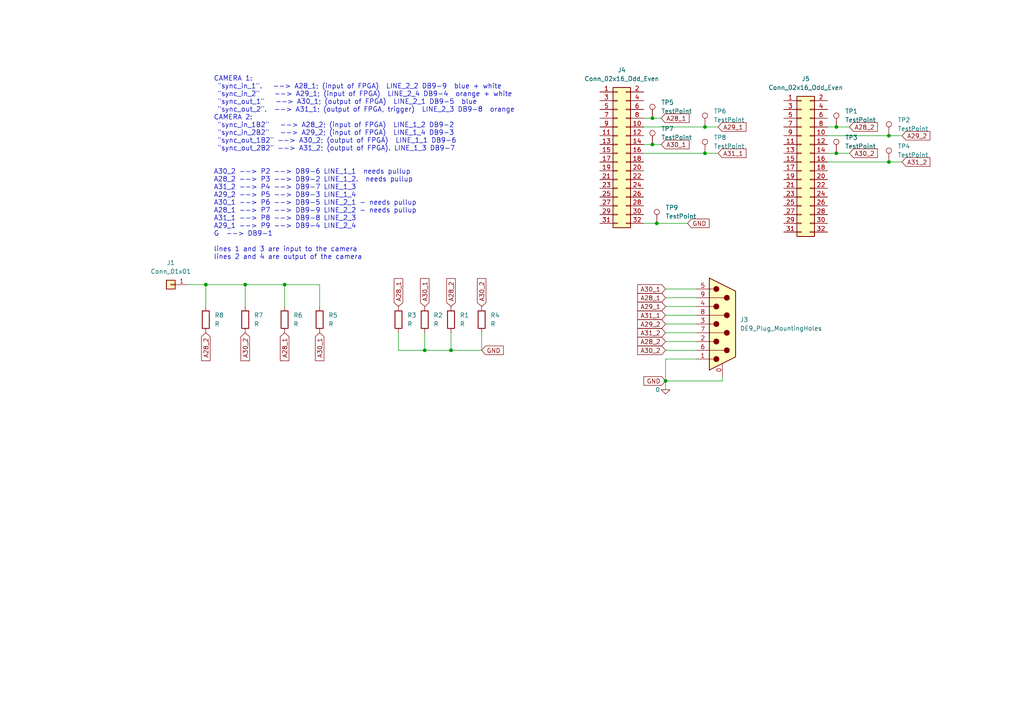
<source format=kicad_sch>
(kicad_sch (version 20231120) (generator "eeschema") (generator_version "8.0")
  (paper "A4")
  (lib_symbols
    (symbol "Connector:DE9_Plug_MountingHoles" (pin_names (offset 1.016) hide)
      (property "Reference" "J" (at 0 16.51 0))
      (property "Value" "DE9_Plug_MountingHoles" (at 0 14.605 0))
      (symbol "DE9_Plug_MountingHoles_0_1"
        (circle (center -1.778 -10.16) (radius 0.762) (fill (type outline)))
        (circle (center -1.778 -5.08) (radius 0.762) (fill (type outline)))
        (circle (center -1.778 0) (radius 0.762) (fill (type outline)))
        (circle (center -1.778 5.08) (radius 0.762) (fill (type outline)))
        (circle (center -1.778 10.16) (radius 0.762) (fill (type outline)))
        (polyline (pts (xy -3.81 -10.16) (xy -2.54 -10.16)))
        (polyline (pts (xy -3.81 -7.62) (xy 0.508 -7.62)))
        (polyline (pts (xy -3.81 -5.08) (xy -2.54 -5.08)))
        (polyline (pts (xy -3.81 -2.54) (xy 0.508 -2.54)))
        (polyline (pts (xy -3.81 0) (xy -2.54 0)))
        (polyline (pts (xy -3.81 2.54) (xy 0.508 2.54)))
        (polyline (pts (xy -3.81 5.08) (xy -2.54 5.08)))
        (polyline (pts (xy -3.81 7.62) (xy 0.508 7.62)))
        (polyline (pts (xy -3.81 10.16) (xy -2.54 10.16)))
        (polyline (pts (xy -3.81 -13.335) (xy -3.81 13.335) (xy 3.81 9.525) (xy 3.81 -9.525) (xy -3.81 -13.335)) (stroke (width 0.254)) (fill (type background)))
        (circle (center 1.27 -7.62) (radius 0.762) (fill (type outline)))
        (circle (center 1.27 -2.54) (radius 0.762) (fill (type outline)))
        (circle (center 1.27 2.54) (radius 0.762) (fill (type outline)))
        (circle (center 1.27 7.62) (radius 0.762) (fill (type outline)))
      )
      (symbol "DE9_Plug_MountingHoles_1_1"
        (pin passive line (at 0 -15.24 90) (length 3.81) (name "PAD") (number "0"))
        (pin passive line (at -7.62 -10.16 0) (length 3.81) (name "1") (number "1"))
        (pin passive line (at -7.62 -5.08 0) (length 3.81) (name "2") (number "2"))
        (pin passive line (at -7.62 0 0) (length 3.81) (name "3") (number "3"))
        (pin passive line (at -7.62 5.08 0) (length 3.81) (name "4") (number "4"))
        (pin passive line (at -7.62 10.16 0) (length 3.81) (name "5") (number "5"))
        (pin passive line (at -7.62 -7.62 0) (length 3.81) (name "6") (number "6"))
        (pin passive line (at -7.62 -2.54 0) (length 3.81) (name "7") (number "7"))
        (pin passive line (at -7.62 2.54 0) (length 3.81) (name "8") (number "8"))
        (pin passive line (at -7.62 7.62 0) (length 3.81) (name "9") (number "9"))
      )
    )
    (symbol "Connector:TestPoint" (pin_numbers hide) (pin_names (offset 0.762) hide)
      (property "Reference" "TP" (at 0 6.858 0))
      (property "Value" "TestPoint" (at 0 5.08 0))
      (symbol "TestPoint_0_1"
        (circle (center 0 3.302) (radius 0.762))
      )
      (symbol "TestPoint_1_1"
        (pin passive line (at 0 0 90) (length 2.54) (name "1") (number "1"))
      )
    )
    (symbol "Connector_Generic:Conn_01x01" (pin_names (offset 1.016) hide)
      (property "Reference" "J" (at 0 2.54 0))
      (property "Value" "Conn_01x01" (at 0 -2.54 0))
      (symbol "Conn_01x01_1_1"
        (rectangle (start -1.27 0.127) (end 0 -0.127) (stroke (width 0.1524)))
        (rectangle (start -1.27 1.27) (end 1.27 -1.27) (stroke (width 0.254)) (fill (type background)))
        (pin passive line (at -5.08 0 0) (length 3.81) (name "Pin_1") (number "1"))
      )
    )
    (symbol "Connector_Generic:Conn_02x16_Odd_Even" (pin_names (offset 1.016) hide)
      (property "Reference" "J" (at 1.27 20.32 0))
      (property "Value" "Conn_02x16_Odd_Even" (at 1.27 -22.86 0))
      (symbol "Conn_02x16_Odd_Even_1_1"
        (rectangle (start -1.27 -20.193) (end 0 -20.447) (stroke (width 0.1524)))
        (rectangle (start -1.27 -17.653) (end 0 -17.907) (stroke (width 0.1524)))
        (rectangle (start -1.27 -15.113) (end 0 -15.367) (stroke (width 0.1524)))
        (rectangle (start -1.27 -12.573) (end 0 -12.827) (stroke (width 0.1524)))
        (rectangle (start -1.27 -10.033) (end 0 -10.287) (stroke (width 0.1524)))
        (rectangle (start -1.27 -7.493) (end 0 -7.747) (stroke (width 0.1524)))
        (rectangle (start -1.27 -4.953) (end 0 -5.207) (stroke (width 0.1524)))
        (rectangle (start -1.27 -2.413) (end 0 -2.667) (stroke (width 0.1524)))
        (rectangle (start -1.27 0.127) (end 0 -0.127) (stroke (width 0.1524)))
        (rectangle (start -1.27 2.667) (end 0 2.413) (stroke (width 0.1524)))
        (rectangle (start -1.27 5.207) (end 0 4.953) (stroke (width 0.1524)))
        (rectangle (start -1.27 7.747) (end 0 7.493) (stroke (width 0.1524)))
        (rectangle (start -1.27 10.287) (end 0 10.033) (stroke (width 0.1524)))
        (rectangle (start -1.27 12.827) (end 0 12.573) (stroke (width 0.1524)))
        (rectangle (start -1.27 15.367) (end 0 15.113) (stroke (width 0.1524)))
        (rectangle (start -1.27 17.907) (end 0 17.653) (stroke (width 0.1524)))
        (rectangle (start -1.27 19.05) (end 3.81 -21.59) (stroke (width 0.254)) (fill (type background)))
        (rectangle (start 3.81 -20.193) (end 2.54 -20.447) (stroke (width 0.1524)))
        (rectangle (start 3.81 -17.653) (end 2.54 -17.907) (stroke (width 0.1524)))
        (rectangle (start 3.81 -15.113) (end 2.54 -15.367) (stroke (width 0.1524)))
        (rectangle (start 3.81 -12.573) (end 2.54 -12.827) (stroke (width 0.1524)))
        (rectangle (start 3.81 -10.033) (end 2.54 -10.287) (stroke (width 0.1524)))
        (rectangle (start 3.81 -7.493) (end 2.54 -7.747) (stroke (width 0.1524)))
        (rectangle (start 3.81 -4.953) (end 2.54 -5.207) (stroke (width 0.1524)))
        (rectangle (start 3.81 -2.413) (end 2.54 -2.667) (stroke (width 0.1524)))
        (rectangle (start 3.81 0.127) (end 2.54 -0.127) (stroke (width 0.1524)))
        (rectangle (start 3.81 2.667) (end 2.54 2.413) (stroke (width 0.1524)))
        (rectangle (start 3.81 5.207) (end 2.54 4.953) (stroke (width 0.1524)))
        (rectangle (start 3.81 7.747) (end 2.54 7.493) (stroke (width 0.1524)))
        (rectangle (start 3.81 10.287) (end 2.54 10.033) (stroke (width 0.1524)))
        (rectangle (start 3.81 12.827) (end 2.54 12.573) (stroke (width 0.1524)))
        (rectangle (start 3.81 15.367) (end 2.54 15.113) (stroke (width 0.1524)))
        (rectangle (start 3.81 17.907) (end 2.54 17.653) (stroke (width 0.1524)))
        (pin passive line (at -5.08 17.78 0) (length 3.81) (name "Pin_1") (number "1"))
        (pin passive line (at 7.62 7.62 180) (length 3.81) (name "Pin_10") (number "10"))
        (pin passive line (at -5.08 5.08 0) (length 3.81) (name "Pin_11") (number "11"))
        (pin passive line (at 7.62 5.08 180) (length 3.81) (name "Pin_12") (number "12"))
        (pin passive line (at -5.08 2.54 0) (length 3.81) (name "Pin_13") (number "13"))
        (pin passive line (at 7.62 2.54 180) (length 3.81) (name "Pin_14") (number "14"))
        (pin passive line (at -5.08 0 0) (length 3.81) (name "Pin_15") (number "15"))
        (pin passive line (at 7.62 0 180) (length 3.81) (name "Pin_16") (number "16"))
        (pin passive line (at -5.08 -2.54 0) (length 3.81) (name "Pin_17") (number "17"))
        (pin passive line (at 7.62 -2.54 180) (length 3.81) (name "Pin_18") (number "18"))
        (pin passive line (at -5.08 -5.08 0) (length 3.81) (name "Pin_19") (number "19"))
        (pin passive line (at 7.62 17.78 180) (length 3.81) (name "Pin_2") (number "2"))
        (pin passive line (at 7.62 -5.08 180) (length 3.81) (name "Pin_20") (number "20"))
        (pin passive line (at -5.08 -7.62 0) (length 3.81) (name "Pin_21") (number "21"))
        (pin passive line (at 7.62 -7.62 180) (length 3.81) (name "Pin_22") (number "22"))
        (pin passive line (at -5.08 -10.16 0) (length 3.81) (name "Pin_23") (number "23"))
        (pin passive line (at 7.62 -10.16 180) (length 3.81) (name "Pin_24") (number "24"))
        (pin passive line (at -5.08 -12.7 0) (length 3.81) (name "Pin_25") (number "25"))
        (pin passive line (at 7.62 -12.7 180) (length 3.81) (name "Pin_26") (number "26"))
        (pin passive line (at -5.08 -15.24 0) (length 3.81) (name "Pin_27") (number "27"))
        (pin passive line (at 7.62 -15.24 180) (length 3.81) (name "Pin_28") (number "28"))
        (pin passive line (at -5.08 -17.78 0) (length 3.81) (name "Pin_29") (number "29"))
        (pin passive line (at -5.08 15.24 0) (length 3.81) (name "Pin_3") (number "3"))
        (pin passive line (at 7.62 -17.78 180) (length 3.81) (name "Pin_30") (number "30"))
        (pin passive line (at -5.08 -20.32 0) (length 3.81) (name "Pin_31") (number "31"))
        (pin passive line (at 7.62 -20.32 180) (length 3.81) (name "Pin_32") (number "32"))
        (pin passive line (at 7.62 15.24 180) (length 3.81) (name "Pin_4") (number "4"))
        (pin passive line (at -5.08 12.7 0) (length 3.81) (name "Pin_5") (number "5"))
        (pin passive line (at 7.62 12.7 180) (length 3.81) (name "Pin_6") (number "6"))
        (pin passive line (at -5.08 10.16 0) (length 3.81) (name "Pin_7") (number "7"))
        (pin passive line (at 7.62 10.16 180) (length 3.81) (name "Pin_8") (number "8"))
        (pin passive line (at -5.08 7.62 0) (length 3.81) (name "Pin_9") (number "9"))
      )
    )
    (symbol "Device:R" (pin_numbers hide) (pin_names (offset 0))
      (property "Reference" "R" (at 2.032 0 90))
      (property "Value" "R" (at 0 0 90))
      (symbol "R_0_1"
        (rectangle (start -1.016 -2.54) (end 1.016 2.54) (stroke (width 0.254)))
      )
      (symbol "R_1_1"
        (pin passive line (at 0 3.81 270) (length 1.27) (name "~") (number "1"))
        (pin passive line (at 0 -3.81 90) (length 1.27) (name "~") (number "2"))
      )
    )
    (symbol "Simulation_SPICE:0" (power) (pin_numbers hide) (pin_names (offset 0) hide)
      (property "Value" "0" (at 0 -2.54 0))
      (symbol "0_0_1"
        (polyline (pts (xy -1.27 0) (xy 0 -1.27) (xy 1.27 0) (xy -1.27 0)))
      )
      (symbol "0_1_1"
        (pin power_in line (at 0 0 0) (length 0) (name "~") (number "1"))
      )
    )
  )
  (junction (at 123.19 101.6))
  (junction (at 257.81 46.99))
  (junction (at 242.57 36.83))
  (junction (at 189.23 41.91))
  (junction (at 193.04 110.49))
  (junction (at 257.81 39.37))
  (junction (at 189.23 34.29))
  (junction (at 204.47 36.83))
  (junction (at 71.12 82.55))
  (junction (at 59.69 82.55))
  (junction (at 242.57 44.45))
  (junction (at 190.5 64.77))
  (junction (at 82.55 82.55))
  (junction (at 130.81 101.6))
  (junction (at 204.47 44.45))
  (wire (pts (xy 242.57 36.83) (xy 240.03 36.83)))
  (wire (pts (xy 193.04 96.52) (xy 201.93 96.52)))
  (wire (pts (xy 240.03 44.45) (xy 242.57 44.45)))
  (wire (pts (xy 123.19 96.52) (xy 123.19 101.6)))
  (wire (pts (xy 130.81 101.6) (xy 139.7 101.6)))
  (wire (pts (xy 115.57 101.6) (xy 123.19 101.6)))
  (wire (pts (xy 193.04 88.9) (xy 201.93 88.9)))
  (wire (pts (xy 71.12 82.55) (xy 82.55 82.55)))
  (wire (pts (xy 71.12 82.55) (xy 71.12 88.9)))
  (wire (pts (xy 139.7 96.52) (xy 139.7 101.6)))
  (wire (pts (xy 186.69 44.45) (xy 204.47 44.45)))
  (wire (pts (xy 186.69 36.83) (xy 204.47 36.83)))
  (wire (pts (xy 193.04 110.49) (xy 193.04 113.03)))
  (wire (pts (xy 193.04 110.49) (xy 193.04 104.14)))
  (wire (pts (xy 82.55 82.55) (xy 92.71 82.55)))
  (wire (pts (xy 189.23 41.91) (xy 191.77 41.91)))
  (wire (pts (xy 193.04 93.98) (xy 201.93 93.98)))
  (wire (pts (xy 130.81 96.52) (xy 130.81 101.6)))
  (wire (pts (xy 204.47 44.45) (xy 208.28 44.45)))
  (wire (pts (xy 82.55 82.55) (xy 82.55 88.9)))
  (wire (pts (xy 59.69 82.55) (xy 71.12 82.55)))
  (wire (pts (xy 193.04 101.6) (xy 201.93 101.6)))
  (wire (pts (xy 204.47 36.83) (xy 208.28 36.83)))
  (wire (pts (xy 193.04 104.14) (xy 201.93 104.14)))
  (wire (pts (xy 190.5 64.77) (xy 199.39 64.77)))
  (wire (pts (xy 209.55 109.22) (xy 209.55 110.49)))
  (wire (pts (xy 240.03 39.37) (xy 257.81 39.37)))
  (wire (pts (xy 193.04 91.44) (xy 201.93 91.44)))
  (wire (pts (xy 209.55 110.49) (xy 193.04 110.49)))
  (wire (pts (xy 242.57 44.45) (xy 246.38 44.45)))
  (wire (pts (xy 186.69 64.77) (xy 190.5 64.77)))
  (wire (pts (xy 115.57 96.52) (xy 115.57 101.6)))
  (wire (pts (xy 92.71 82.55) (xy 92.71 88.9)))
  (wire (pts (xy 257.81 46.99) (xy 261.62 46.99)))
  (wire (pts (xy 193.04 86.36) (xy 201.93 86.36)))
  (wire (pts (xy 59.69 88.9) (xy 59.69 82.55)))
  (wire (pts (xy 189.23 34.29) (xy 191.77 34.29)))
  (wire (pts (xy 193.04 83.82) (xy 201.93 83.82)))
  (wire (pts (xy 193.04 99.06) (xy 201.93 99.06)))
  (wire (pts (xy 54.61 82.55) (xy 59.69 82.55)))
  (wire (pts (xy 246.38 36.83) (xy 242.57 36.83)))
  (wire (pts (xy 123.19 101.6) (xy 130.81 101.6)))
  (wire (pts (xy 240.03 46.99) (xy 257.81 46.99)))
  (wire (pts (xy 257.81 39.37) (xy 261.62 39.37)))
  (wire (pts (xy 186.69 34.29) (xy 189.23 34.29)))
  (wire (pts (xy 186.69 41.91) (xy 189.23 41.91)))
  (text "CAMERA 1:\n \"sync_in_1\".   --> A28_1; (input of FPGA)  LINE_2_2 DB9-9  blue + white \n \"sync_in_2\"    --> A29_1; (input of FPGA)  LINE_2_4 DB9-4  orange + white\n \"sync_out_1\"   --> A30_1; (output of FPGA)  LINE_2_1 DB9-5  blue\n \"sync_out_2\".  --> A31_1; (output of FPGA, trigger)  LINE_2_3 DB9-8  orange\nCAMERA 2:\n \"sync_in_1B2\"   --> A28_2; (input of FPGA)  LINE_1_2 DB9-2\n \"sync_in_2B2\"   --> A29_2; (input of FPGA)  LINE_1_4 DB9-3\n \"sync_out_1B2\" --> A30_2; (output of FPGA)  LINE_1_1 DB9-6\n \"sync_out_2B2\" --> A31_2; (output of FPGA). LINE_1_3 DB9-7\n\n\nA30_2 --> P2 --> DB9-6 LINE_1_1  needs pullup\nA28_2 --> P3 --> DB9-2 LINE_1_2.  needs pullup\nA31_2 --> P4 --> DB9-7 LINE_1_3 \nA29_2 --> P5 --> DB9-3 LINE_1_4 \nA30_1 --> P6 --> DB9-5 LINE_2_1 - needs pullup\nA28_1 --> P7 --> DB9-9 LINE_2_2 - needs pullup\nA31_1 --> P8 --> DB9-8 LINE_2_3\nA29_1 --> P9 --> DB9-4 LINE_2_4\nG  --> DB9-1\n\nlines 1 and 3 are input to the camera\nlines 2 and 4 are output of the camera " (exclude_from_sim yes) (at 61.976 48.768 0) (effects (font (size 1.397 1.397)) (justify left)))
  (global_label "GND" (shape input) (at 199.39 64.77 0) (property "Intersheetrefs" "${INTERSHEET_REFS}" (effects (hide yes))))
  (global_label "A31_2" (shape input) (at 261.62 46.99 0) (property "Intersheetrefs" "${INTERSHEET_REFS}" (effects (hide yes))))
  (global_label "A30_2" (shape input) (at 139.7 88.9 90) (property "Intersheetrefs" "${INTERSHEET_REFS}" (effects (hide yes))))
  (global_label "A29_2" (shape input) (at 193.04 93.98 180) (property "Intersheetrefs" "${INTERSHEET_REFS}" (effects (hide yes))))
  (global_label "GND" (shape input) (at 139.7 101.6 0) (property "Intersheetrefs" "${INTERSHEET_REFS}" (effects (hide yes))))
  (global_label "A29_1" (shape input) (at 208.28 36.83 0) (property "Intersheetrefs" "${INTERSHEET_REFS}" (effects (hide yes))))
  (global_label "A31_1" (shape input) (at 208.28 44.45 0) (property "Intersheetrefs" "${INTERSHEET_REFS}" (effects (hide yes))))
  (global_label "A30_2" (shape input) (at 246.38 44.45 0) (property "Intersheetrefs" "${INTERSHEET_REFS}" (effects (hide yes))))
  (global_label "A30_1" (shape input) (at 191.77 41.91 0) (property "Intersheetrefs" "${INTERSHEET_REFS}" (effects (hide yes))))
  (global_label "A30_1" (shape input) (at 92.71 96.52 270) (property "Intersheetrefs" "${INTERSHEET_REFS}" (effects (hide yes))))
  (global_label "GND" (shape input) (at 193.04 110.49 180) (property "Intersheetrefs" "${INTERSHEET_REFS}" (effects (hide yes))))
  (global_label "A30_2" (shape input) (at 193.04 101.6 180) (property "Intersheetrefs" "${INTERSHEET_REFS}" (effects (hide yes))))
  (global_label "A28_2" (shape input) (at 193.04 99.06 180) (property "Intersheetrefs" "${INTERSHEET_REFS}" (effects (hide yes))))
  (global_label "A29_1" (shape input) (at 193.04 88.9 180) (property "Intersheetrefs" "${INTERSHEET_REFS}" (effects (hide yes))))
  (global_label "A28_1" (shape input) (at 82.55 96.52 270) (property "Intersheetrefs" "${INTERSHEET_REFS}" (effects (hide yes))))
  (global_label "A28_2" (shape input) (at 130.81 88.9 90) (property "Intersheetrefs" "${INTERSHEET_REFS}" (effects (hide yes))))
  (global_label "A28_1" (shape input) (at 191.77 34.29 0) (property "Intersheetrefs" "${INTERSHEET_REFS}" (effects (hide yes))))
  (global_label "A28_1" (shape input) (at 193.04 86.36 180) (property "Intersheetrefs" "${INTERSHEET_REFS}" (effects (hide yes))))
  (global_label "A30_2" (shape input) (at 71.12 96.52 270) (property "Intersheetrefs" "${INTERSHEET_REFS}" (effects (hide yes))))
  (global_label "A30_1" (shape input) (at 123.19 88.9 90) (property "Intersheetrefs" "${INTERSHEET_REFS}" (effects (hide yes))))
  (global_label "A28_2" (shape input) (at 59.69 96.52 270) (property "Intersheetrefs" "${INTERSHEET_REFS}" (effects (hide yes))))
  (global_label "A29_2" (shape input) (at 261.62 39.37 0) (property "Intersheetrefs" "${INTERSHEET_REFS}" (effects (hide yes))))
  (global_label "A31_2" (shape input) (at 193.04 96.52 180) (property "Intersheetrefs" "${INTERSHEET_REFS}" (effects (hide yes))))
  (global_label "A28_2" (shape input) (at 246.38 36.83 0) (property "Intersheetrefs" "${INTERSHEET_REFS}" (effects (hide yes))))
  (global_label "A31_1" (shape input) (at 193.04 91.44 180) (property "Intersheetrefs" "${INTERSHEET_REFS}" (effects (hide yes))))
  (global_label "A28_1" (shape input) (at 115.57 88.9 90) (property "Intersheetrefs" "${INTERSHEET_REFS}" (effects (hide yes))))
  (global_label "A30_1" (shape input) (at 193.04 83.82 180) (property "Intersheetrefs" "${INTERSHEET_REFS}" (effects (hide yes))))
  (symbol (lib_id "Connector_Generic:Conn_02x16_Odd_Even") (at 179.07 44.45 0) (unit 1)
    (property "Reference" "J4" (at 180.34 20.32 0))
    (property "Value" "Conn_02x16_Odd_Even" (at 180.34 22.86 0))
    (property "Footprint" "Connector_PinHeader_2.54mm:PinHeader_2x16_P2.54mm_Vertical" (effects (hide yes)))
    (property "Description" "Generic connector, double row, 02x16, odd/even pin numbering scheme (row 1 odd numbers, row 2 even numbers), script generated (kicad-library-utils/schlib/autogen/connector/)" (effects (hide yes)))
  )
  (symbol (lib_id "Simulation_SPICE:0") (at 193.04 113.03 0) (unit 1)
    (property "Reference" "#GND02" (effects (hide yes)))
    (property "Value" "0" (at 190.754 113.03 0))
    (property "Datasheet" "https://ngspice.sourceforge.io/docs/ngspice-html-manual/manual.xhtml#subsec_Circuit_elements__device" (effects (hide yes)))
    (property "Description" "0V reference potential for simulation" (effects (hide yes)))
  )
  (symbol (lib_id "Connector:TestPoint") (at 204.47 44.45 0) (unit 1)
    (property "Reference" "TP8" (at 207.01 39.8779 0) (effects (justify left)))
    (property "Value" "TestPoint" (at 207.01 42.4179 0) (effects (justify left)))
    (property "Footprint" "TestPoint:TestPoint_Pad_D2.0mm" (effects (hide yes)))
    (property "Description" "test point" (effects (hide yes)))
  )
  (symbol (lib_id "Connector:TestPoint") (at 242.57 36.83 0) (unit 1)
    (property "Reference" "TP1" (at 245.11 32.2579 0) (effects (justify left)))
    (property "Value" "TestPoint" (at 245.11 34.7979 0) (effects (justify left)))
    (property "Footprint" "TestPoint:TestPoint_Pad_D2.0mm" (effects (hide yes)))
    (property "Description" "test point" (effects (hide yes)))
  )
  (symbol (lib_id "Device:R") (at 130.81 92.71 0) (unit 1)
    (property "Reference" "R1" (at 133.35 91.4399 0) (effects (justify left)))
    (property "Value" "R" (at 133.35 93.9799 0) (effects (justify left)))
    (property "Footprint" "Resistor_THT:R_Axial_DIN0207_L6.3mm_D2.5mm_P10.16mm_Horizontal" (effects (hide yes)))
    (property "Description" "Resistor" (effects (hide yes)))
  )
  (symbol (lib_id "Device:R") (at 92.71 92.71 0) (unit 1)
    (property "Reference" "R5" (at 95.25 91.4399 0) (effects (justify left)))
    (property "Value" "R" (at 95.25 93.9799 0) (effects (justify left)))
    (property "Footprint" "Resistor_THT:R_Axial_DIN0207_L6.3mm_D2.5mm_P10.16mm_Horizontal" (effects (hide yes)))
    (property "Description" "Resistor" (effects (hide yes)))
  )
  (symbol (lib_id "Device:R") (at 115.57 92.71 0) (unit 1)
    (property "Reference" "R3" (at 118.11 91.4399 0) (effects (justify left)))
    (property "Value" "R" (at 118.11 93.9799 0) (effects (justify left)))
    (property "Footprint" "Resistor_THT:R_Axial_DIN0207_L6.3mm_D2.5mm_P10.16mm_Horizontal" (effects (hide yes)))
    (property "Description" "Resistor" (effects (hide yes)))
  )
  (symbol (lib_id "Connector_Generic:Conn_01x01") (at 49.53 82.55 180) (unit 1)
    (property "Reference" "J1" (at 49.53 76.2 0))
    (property "Value" "Conn_01x01" (at 49.53 78.74 0))
    (property "Footprint" "Connector_Pin:Pin_D1.3mm_L11.0mm" (effects (hide yes)))
    (property "Description" "Generic connector, single row, 01x01, script generated (kicad-library-utils/schlib/autogen/connector/)" (effects (hide yes)))
  )
  (symbol (lib_id "Connector:TestPoint") (at 204.47 36.83 0) (unit 1)
    (property "Reference" "TP6" (at 207.01 32.2579 0) (effects (justify left)))
    (property "Value" "TestPoint" (at 207.01 34.7979 0) (effects (justify left)))
    (property "Footprint" "TestPoint:TestPoint_Pad_D2.0mm" (effects (hide yes)))
    (property "Description" "test point" (effects (hide yes)))
  )
  (symbol (lib_id "Connector:TestPoint") (at 257.81 39.37 0) (unit 1)
    (property "Reference" "TP2" (at 260.35 34.7979 0) (effects (justify left)))
    (property "Value" "TestPoint" (at 260.35 37.3379 0) (effects (justify left)))
    (property "Footprint" "TestPoint:TestPoint_Pad_D2.0mm" (effects (hide yes)))
    (property "Description" "test point" (effects (hide yes)))
  )
  (symbol (lib_id "Device:R") (at 82.55 92.71 0) (unit 1)
    (property "Reference" "R6" (at 85.09 91.4399 0) (effects (justify left)))
    (property "Value" "R" (at 85.09 93.9799 0) (effects (justify left)))
    (property "Footprint" "Resistor_THT:R_Axial_DIN0207_L6.3mm_D2.5mm_P10.16mm_Horizontal" (effects (hide yes)))
    (property "Description" "Resistor" (effects (hide yes)))
  )
  (symbol (lib_id "Connector:TestPoint") (at 189.23 41.91 0) (unit 1)
    (property "Reference" "TP7" (at 191.77 37.3379 0) (effects (justify left)))
    (property "Value" "TestPoint" (at 191.77 39.8779 0) (effects (justify left)))
    (property "Footprint" "TestPoint:TestPoint_Pad_D2.0mm" (effects (hide yes)))
    (property "Description" "test point" (effects (hide yes)))
  )
  (symbol (lib_id "Connector:TestPoint") (at 257.81 46.99 0) (unit 1)
    (property "Reference" "TP4" (at 260.35 42.4179 0) (effects (justify left)))
    (property "Value" "TestPoint" (at 260.35 44.9579 0) (effects (justify left)))
    (property "Footprint" "TestPoint:TestPoint_Pad_D2.0mm" (effects (hide yes)))
    (property "Description" "test point" (effects (hide yes)))
  )
  (symbol (lib_id "Device:R") (at 59.69 92.71 0) (unit 1)
    (property "Reference" "R8" (at 62.23 91.4399 0) (effects (justify left)))
    (property "Value" "R" (at 62.23 93.9799 0) (effects (justify left)))
    (property "Footprint" "Resistor_THT:R_Axial_DIN0207_L6.3mm_D2.5mm_P10.16mm_Horizontal" (effects (hide yes)))
    (property "Description" "Resistor" (effects (hide yes)))
  )
  (symbol (lib_id "Connector:DE9_Plug_MountingHoles") (at 209.55 93.98 0) (unit 1)
    (property "Reference" "J3" (at 214.63 92.7099 0) (effects (justify left)))
    (property "Value" "DE9_Plug_MountingHoles" (at 214.63 95.2499 0) (effects (justify left)))
    (property "Footprint" "Connector_Dsub:DSUB-9_Male_Horizontal_P2.77x2.84mm_EdgePinOffset4.94mm_Housed_MountingHolesOffset4.94mm" (effects (hide yes)))
    (property "Description" "9-pin male plug pin D-SUB connector, Mounting Hole" (effects (hide yes)))
  )
  (symbol (lib_id "Connector_Generic:Conn_02x16_Odd_Even") (at 232.41 46.99 0) (unit 1)
    (property "Reference" "J5" (at 233.68 22.86 0))
    (property "Value" "Conn_02x16_Odd_Even" (at 233.68 25.4 0))
    (property "Footprint" "Connector_PinHeader_2.54mm:PinHeader_2x16_P2.54mm_Vertical" (effects (hide yes)))
    (property "Description" "Generic connector, double row, 02x16, odd/even pin numbering scheme (row 1 odd numbers, row 2 even numbers), script generated (kicad-library-utils/schlib/autogen/connector/)" (effects (hide yes)))
  )
  (symbol (lib_id "Connector:TestPoint") (at 189.23 34.29 0) (unit 1)
    (property "Reference" "TP5" (at 191.77 29.7179 0) (effects (justify left)))
    (property "Value" "TestPoint" (at 191.77 32.2579 0) (effects (justify left)))
    (property "Footprint" "TestPoint:TestPoint_Pad_D2.0mm" (effects (hide yes)))
    (property "Description" "test point" (effects (hide yes)))
  )
  (symbol (lib_id "Device:R") (at 123.19 92.71 0) (unit 1)
    (property "Reference" "R2" (at 125.73 91.4399 0) (effects (justify left)))
    (property "Value" "R" (at 125.73 93.9799 0) (effects (justify left)))
    (property "Footprint" "Resistor_THT:R_Axial_DIN0207_L6.3mm_D2.5mm_P10.16mm_Horizontal" (effects (hide yes)))
    (property "Description" "Resistor" (effects (hide yes)))
  )
  (symbol (lib_id "Connector:TestPoint") (at 190.5 64.77 0) (unit 1)
    (property "Reference" "TP9" (at 193.04 60.1979 0) (effects (justify left)))
    (property "Value" "TestPoint" (at 193.04 62.7379 0) (effects (justify left)))
    (property "Footprint" "TestPoint:TestPoint_Pad_D2.0mm" (effects (hide yes)))
    (property "Description" "test point" (effects (hide yes)))
  )
  (symbol (lib_id "Device:R") (at 139.7 92.71 0) (unit 1)
    (property "Reference" "R4" (at 142.24 91.4399 0) (effects (justify left)))
    (property "Value" "R" (at 142.24 93.9799 0) (effects (justify left)))
    (property "Footprint" "Resistor_THT:R_Axial_DIN0207_L6.3mm_D2.5mm_P10.16mm_Horizontal" (effects (hide yes)))
    (property "Description" "Resistor" (effects (hide yes)))
  )
  (symbol (lib_id "Connector:TestPoint") (at 242.57 44.45 0) (unit 1)
    (property "Reference" "TP3" (at 245.11 39.8779 0) (effects (justify left)))
    (property "Value" "TestPoint" (at 245.11 42.4179 0) (effects (justify left)))
    (property "Footprint" "TestPoint:TestPoint_Pad_D2.0mm" (effects (hide yes)))
    (property "Description" "test point" (effects (hide yes)))
  )
  (symbol (lib_id "Device:R") (at 71.12 92.71 0) (unit 1)
    (property "Reference" "R7" (at 73.66 91.4399 0) (effects (justify left)))
    (property "Value" "R" (at 73.66 93.9799 0) (effects (justify left)))
    (property "Footprint" "Resistor_THT:R_Axial_DIN0207_L6.3mm_D2.5mm_P10.16mm_Horizontal" (effects (hide yes)))
    (property "Description" "Resistor" (effects (hide yes)))
  )
)
</source>
